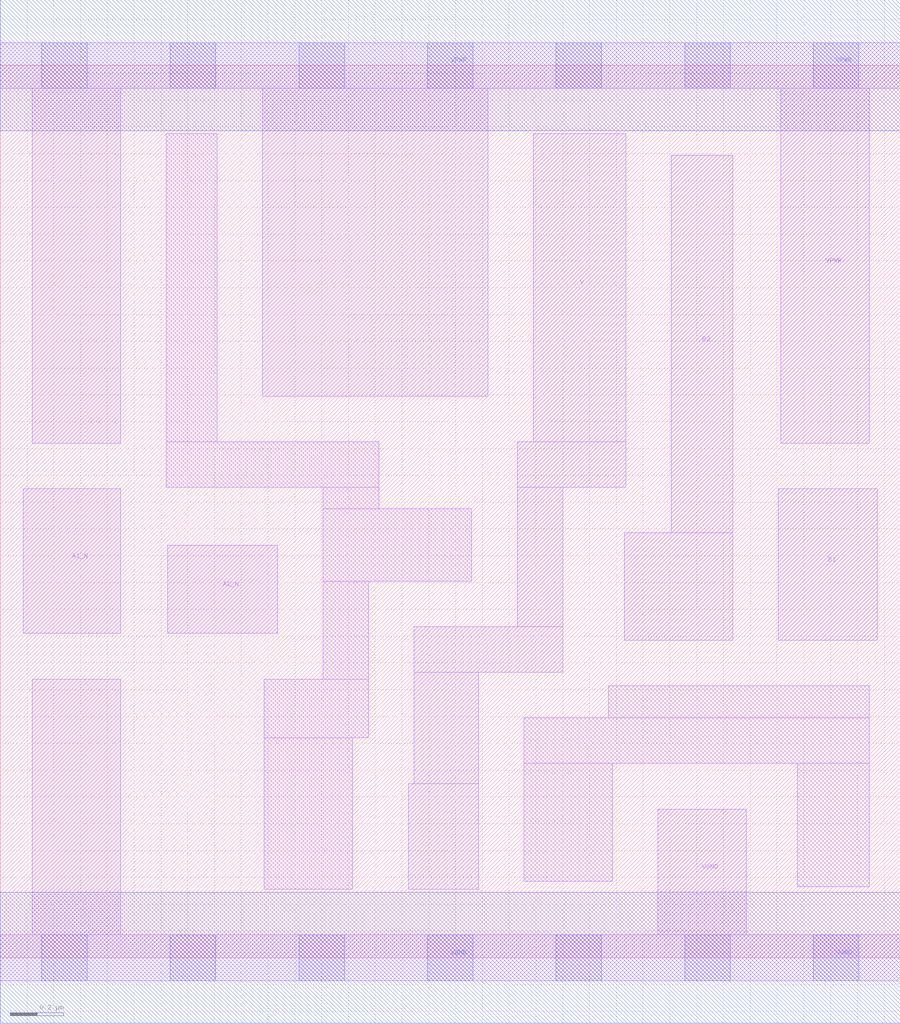
<source format=lef>
# Copyright 2020 The SkyWater PDK Authors
#
# Licensed under the Apache License, Version 2.0 (the "License");
# you may not use this file except in compliance with the License.
# You may obtain a copy of the License at
#
#     https://www.apache.org/licenses/LICENSE-2.0
#
# Unless required by applicable law or agreed to in writing, software
# distributed under the License is distributed on an "AS IS" BASIS,
# WITHOUT WARRANTIES OR CONDITIONS OF ANY KIND, either express or implied.
# See the License for the specific language governing permissions and
# limitations under the License.
#
# SPDX-License-Identifier: Apache-2.0

VERSION 5.7 ;
  NAMESCASESENSITIVE ON ;
  NOWIREEXTENSIONATPIN ON ;
  DIVIDERCHAR "/" ;
  BUSBITCHARS "[]" ;
UNITS
  DATABASE MICRONS 200 ;
END UNITS
MACRO sky130_fd_sc_lp__o2bb2ai_1
  CLASS CORE ;
  SOURCE USER ;
  FOREIGN sky130_fd_sc_lp__o2bb2ai_1 ;
  ORIGIN  0.000000  0.000000 ;
  SIZE  3.360000 BY  3.330000 ;
  SYMMETRY X Y R90 ;
  SITE unit ;
  PIN A1_N
    ANTENNAGATEAREA  0.315000 ;
    DIRECTION INPUT ;
    USE SIGNAL ;
    PORT
      LAYER li1 ;
        RECT 0.085000 1.210000 0.450000 1.750000 ;
    END
  END A1_N
  PIN A2_N
    ANTENNAGATEAREA  0.315000 ;
    DIRECTION INPUT ;
    USE SIGNAL ;
    PORT
      LAYER li1 ;
        RECT 0.625000 1.210000 1.035000 1.540000 ;
    END
  END A2_N
  PIN B1
    ANTENNAGATEAREA  0.315000 ;
    DIRECTION INPUT ;
    USE SIGNAL ;
    PORT
      LAYER li1 ;
        RECT 2.905000 1.185000 3.275000 1.750000 ;
    END
  END B1
  PIN B2
    ANTENNAGATEAREA  0.315000 ;
    DIRECTION INPUT ;
    USE SIGNAL ;
    PORT
      LAYER li1 ;
        RECT 2.330000 1.185000 2.735000 1.585000 ;
        RECT 2.505000 1.585000 2.735000 2.995000 ;
    END
  END B2
  PIN Y
    ANTENNADIFFAREA  0.676200 ;
    DIRECTION OUTPUT ;
    USE SIGNAL ;
    PORT
      LAYER li1 ;
        RECT 1.525000 0.255000 1.785000 0.650000 ;
        RECT 1.545000 0.650000 1.785000 1.065000 ;
        RECT 1.545000 1.065000 2.100000 1.235000 ;
        RECT 1.930000 1.235000 2.100000 1.755000 ;
        RECT 1.930000 1.755000 2.335000 1.925000 ;
        RECT 1.990000 1.925000 2.335000 3.075000 ;
    END
  END Y
  PIN VGND
    DIRECTION INOUT ;
    USE GROUND ;
    PORT
      LAYER li1 ;
        RECT 0.000000 -0.085000 3.360000 0.085000 ;
        RECT 0.120000  0.085000 0.450000 1.040000 ;
        RECT 2.455000  0.085000 2.785000 0.555000 ;
      LAYER mcon ;
        RECT 0.155000 -0.085000 0.325000 0.085000 ;
        RECT 0.635000 -0.085000 0.805000 0.085000 ;
        RECT 1.115000 -0.085000 1.285000 0.085000 ;
        RECT 1.595000 -0.085000 1.765000 0.085000 ;
        RECT 2.075000 -0.085000 2.245000 0.085000 ;
        RECT 2.555000 -0.085000 2.725000 0.085000 ;
        RECT 3.035000 -0.085000 3.205000 0.085000 ;
      LAYER met1 ;
        RECT 0.000000 -0.245000 3.360000 0.245000 ;
    END
  END VGND
  PIN VPWR
    DIRECTION INOUT ;
    USE POWER ;
    PORT
      LAYER li1 ;
        RECT 0.000000 3.245000 3.360000 3.415000 ;
        RECT 0.120000 1.920000 0.450000 3.245000 ;
        RECT 0.980000 2.095000 1.820000 3.245000 ;
        RECT 2.915000 1.920000 3.245000 3.245000 ;
      LAYER mcon ;
        RECT 0.155000 3.245000 0.325000 3.415000 ;
        RECT 0.635000 3.245000 0.805000 3.415000 ;
        RECT 1.115000 3.245000 1.285000 3.415000 ;
        RECT 1.595000 3.245000 1.765000 3.415000 ;
        RECT 2.075000 3.245000 2.245000 3.415000 ;
        RECT 2.555000 3.245000 2.725000 3.415000 ;
        RECT 3.035000 3.245000 3.205000 3.415000 ;
      LAYER met1 ;
        RECT 0.000000 3.085000 3.360000 3.575000 ;
    END
  END VPWR
  OBS
    LAYER li1 ;
      RECT 0.620000 1.755000 1.415000 1.925000 ;
      RECT 0.620000 1.925000 0.810000 3.075000 ;
      RECT 0.985000 0.255000 1.315000 0.820000 ;
      RECT 0.985000 0.820000 1.375000 1.040000 ;
      RECT 1.205000 1.040000 1.375000 1.405000 ;
      RECT 1.205000 1.405000 1.760000 1.675000 ;
      RECT 1.205000 1.675000 1.415000 1.755000 ;
      RECT 1.955000 0.285000 2.285000 0.725000 ;
      RECT 1.955000 0.725000 3.245000 0.895000 ;
      RECT 2.270000 0.895000 3.245000 1.015000 ;
      RECT 2.975000 0.265000 3.245000 0.725000 ;
  END
END sky130_fd_sc_lp__o2bb2ai_1

</source>
